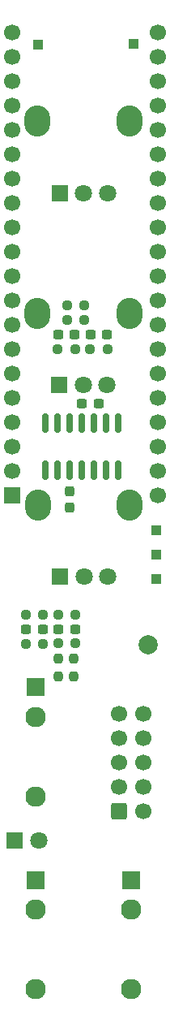
<source format=gbr>
%TF.GenerationSoftware,KiCad,Pcbnew,6.0.10+dfsg-1~bpo11+1*%
%TF.CreationDate,2023-02-01T15:11:05+08:00*%
%TF.ProjectId,MiniVerb v2.0 - Main,4d696e69-5665-4726-9220-76322e30202d,rev?*%
%TF.SameCoordinates,Original*%
%TF.FileFunction,Soldermask,Bot*%
%TF.FilePolarity,Negative*%
%FSLAX46Y46*%
G04 Gerber Fmt 4.6, Leading zero omitted, Abs format (unit mm)*
G04 Created by KiCad (PCBNEW 6.0.10+dfsg-1~bpo11+1) date 2023-02-01 15:11:05*
%MOMM*%
%LPD*%
G01*
G04 APERTURE LIST*
G04 Aperture macros list*
%AMRoundRect*
0 Rectangle with rounded corners*
0 $1 Rounding radius*
0 $2 $3 $4 $5 $6 $7 $8 $9 X,Y pos of 4 corners*
0 Add a 4 corners polygon primitive as box body*
4,1,4,$2,$3,$4,$5,$6,$7,$8,$9,$2,$3,0*
0 Add four circle primitives for the rounded corners*
1,1,$1+$1,$2,$3*
1,1,$1+$1,$4,$5*
1,1,$1+$1,$6,$7*
1,1,$1+$1,$8,$9*
0 Add four rect primitives between the rounded corners*
20,1,$1+$1,$2,$3,$4,$5,0*
20,1,$1+$1,$4,$5,$6,$7,0*
20,1,$1+$1,$6,$7,$8,$9,0*
20,1,$1+$1,$8,$9,$2,$3,0*%
G04 Aperture macros list end*
%ADD10O,2.720000X3.240000*%
%ADD11R,1.800000X1.800000*%
%ADD12C,1.800000*%
%ADD13R,1.000000X1.000000*%
%ADD14C,2.000000*%
%ADD15R,1.930000X1.830000*%
%ADD16C,2.130000*%
%ADD17RoundRect,0.237500X0.237500X-0.250000X0.237500X0.250000X-0.237500X0.250000X-0.237500X-0.250000X0*%
%ADD18RoundRect,0.237500X-0.300000X-0.237500X0.300000X-0.237500X0.300000X0.237500X-0.300000X0.237500X0*%
%ADD19RoundRect,0.237500X0.237500X-0.300000X0.237500X0.300000X-0.237500X0.300000X-0.237500X-0.300000X0*%
%ADD20RoundRect,0.237500X0.300000X0.237500X-0.300000X0.237500X-0.300000X-0.237500X0.300000X-0.237500X0*%
%ADD21RoundRect,0.237500X0.250000X0.237500X-0.250000X0.237500X-0.250000X-0.237500X0.250000X-0.237500X0*%
%ADD22RoundRect,0.150000X-0.150000X0.825000X-0.150000X-0.825000X0.150000X-0.825000X0.150000X0.825000X0*%
%ADD23RoundRect,0.237500X-0.250000X-0.237500X0.250000X-0.237500X0.250000X0.237500X-0.250000X0.237500X0*%
%ADD24RoundRect,0.250000X-0.600000X-0.600000X0.600000X-0.600000X0.600000X0.600000X-0.600000X0.600000X0*%
%ADD25C,1.700000*%
%ADD26R,1.700000X1.700000*%
%ADD27RoundRect,0.237500X-0.237500X0.250000X-0.237500X-0.250000X0.237500X-0.250000X0.237500X0.250000X0*%
G04 APERTURE END LIST*
D10*
%TO.C,FEEDBACK_POT1*%
X130200000Y-94045000D03*
X139800000Y-94045000D03*
D11*
X132500000Y-101545000D03*
D12*
X135000000Y-101545000D03*
X137500000Y-101545000D03*
%TD*%
D13*
%TO.C,TP5*%
X140225000Y-65975000D03*
%TD*%
D14*
%TO.C,TP3*%
X141800000Y-128600000D03*
%TD*%
D15*
%TO.C,CV1_IN1*%
X129970000Y-133040000D03*
D16*
X129970000Y-144440000D03*
X129970000Y-136140000D03*
%TD*%
D15*
%TO.C,AUDIO_OUT1*%
X140000000Y-153162000D03*
D16*
X140000000Y-164562000D03*
X140000000Y-156262000D03*
%TD*%
D10*
%TO.C,MOD_POT1*%
X130260000Y-114055000D03*
X139860000Y-114055000D03*
D11*
X132560000Y-121555000D03*
D12*
X135060000Y-121555000D03*
X137560000Y-121555000D03*
%TD*%
D10*
%TO.C,LEVEL_POT1*%
X130220000Y-74055000D03*
X139820000Y-74055000D03*
D11*
X132520000Y-81555000D03*
D12*
X135020000Y-81555000D03*
X137520000Y-81555000D03*
%TD*%
D11*
%TO.C,D1*%
X127775000Y-149000000D03*
D12*
X130315000Y-149000000D03*
%TD*%
D13*
%TO.C,TP7*%
X130275000Y-66025000D03*
%TD*%
D15*
%TO.C,AUDIO_IN1*%
X130000000Y-153162000D03*
D16*
X130000000Y-164562000D03*
X130000000Y-156262000D03*
%TD*%
D17*
%TO.C,R9*%
X134000000Y-131912500D03*
X134000000Y-130087500D03*
%TD*%
D18*
%TO.C,C7*%
X134857500Y-103500000D03*
X136582500Y-103500000D03*
%TD*%
D19*
%TO.C,C8*%
X133600000Y-114362500D03*
X133600000Y-112637500D03*
%TD*%
D13*
%TO.C,TP4*%
X142600000Y-121800000D03*
%TD*%
D20*
%TO.C,C2*%
X134150000Y-127000000D03*
X132425000Y-127000000D03*
%TD*%
D21*
%TO.C,R1*%
X135112500Y-93218000D03*
X133287500Y-93218000D03*
%TD*%
D13*
%TO.C,TP1*%
X142600000Y-116700000D03*
%TD*%
D22*
%TO.C,U1*%
X131064000Y-105515000D03*
X132334000Y-105515000D03*
X133604000Y-105515000D03*
X134874000Y-105515000D03*
X136144000Y-105515000D03*
X137414000Y-105515000D03*
X138684000Y-105515000D03*
X138684000Y-110465000D03*
X137414000Y-110465000D03*
X136144000Y-110465000D03*
X134874000Y-110465000D03*
X133604000Y-110465000D03*
X132334000Y-110465000D03*
X131064000Y-110465000D03*
%TD*%
D13*
%TO.C,TP2*%
X142600000Y-119200000D03*
%TD*%
D23*
%TO.C,R3*%
X132317500Y-97805000D03*
X134142500Y-97805000D03*
%TD*%
D24*
%TO.C,J1*%
X138747500Y-146011000D03*
D25*
X141287500Y-146011000D03*
X138747500Y-143471000D03*
X141287500Y-143471000D03*
X138747500Y-140931000D03*
X141287500Y-140931000D03*
X138747500Y-138391000D03*
X141287500Y-138391000D03*
X138747500Y-135851000D03*
X141287500Y-135851000D03*
%TD*%
D18*
%TO.C,C3*%
X129037500Y-127000000D03*
X130762500Y-127000000D03*
%TD*%
D21*
%TO.C,R8*%
X137522500Y-97800000D03*
X135697500Y-97800000D03*
%TD*%
D26*
%TO.C,A1*%
X127560933Y-113050000D03*
D25*
X127560933Y-110510000D03*
X127560933Y-107970000D03*
X127560933Y-105430000D03*
X127560933Y-102890000D03*
X127560933Y-100350000D03*
X127560933Y-97810000D03*
X127560933Y-95270000D03*
X127560933Y-92730000D03*
X127560933Y-90190000D03*
X127560933Y-87650000D03*
X127560933Y-85110000D03*
X127560933Y-82570000D03*
X127560933Y-80030000D03*
X127560933Y-77490000D03*
X127560933Y-74950000D03*
X127560933Y-72410000D03*
X127560933Y-69870000D03*
X127560933Y-67330000D03*
X127560933Y-64790000D03*
X142800933Y-64790000D03*
X142800933Y-67330000D03*
X142800933Y-69870000D03*
X142800933Y-72410000D03*
X142800933Y-74950000D03*
X142800933Y-77490000D03*
X142800933Y-80030000D03*
X142800933Y-82570000D03*
X142800933Y-85110000D03*
X142800933Y-87650000D03*
X142800933Y-90190000D03*
X142800933Y-92730000D03*
X142800933Y-95270000D03*
X142800933Y-97810000D03*
X142800933Y-100350000D03*
X142800933Y-102890000D03*
X142800933Y-105430000D03*
X142800933Y-107970000D03*
X142800933Y-110510000D03*
X142800933Y-113050000D03*
%TD*%
D21*
%TO.C,R6*%
X135102500Y-94750000D03*
X133277500Y-94750000D03*
%TD*%
D27*
%TO.C,R2*%
X132400000Y-130087500D03*
X132400000Y-131912500D03*
%TD*%
D21*
%TO.C,R4*%
X134200000Y-125500000D03*
X132375000Y-125500000D03*
%TD*%
D18*
%TO.C,C1*%
X132367500Y-96280000D03*
X134092500Y-96280000D03*
%TD*%
D23*
%TO.C,R7*%
X128987500Y-125500000D03*
X130812500Y-125500000D03*
%TD*%
D20*
%TO.C,C4*%
X137462500Y-96270000D03*
X135737500Y-96270000D03*
%TD*%
D23*
%TO.C,R10*%
X128990000Y-128508000D03*
X130815000Y-128508000D03*
%TD*%
%TO.C,R5*%
X132375000Y-128500000D03*
X134200000Y-128500000D03*
%TD*%
M02*

</source>
